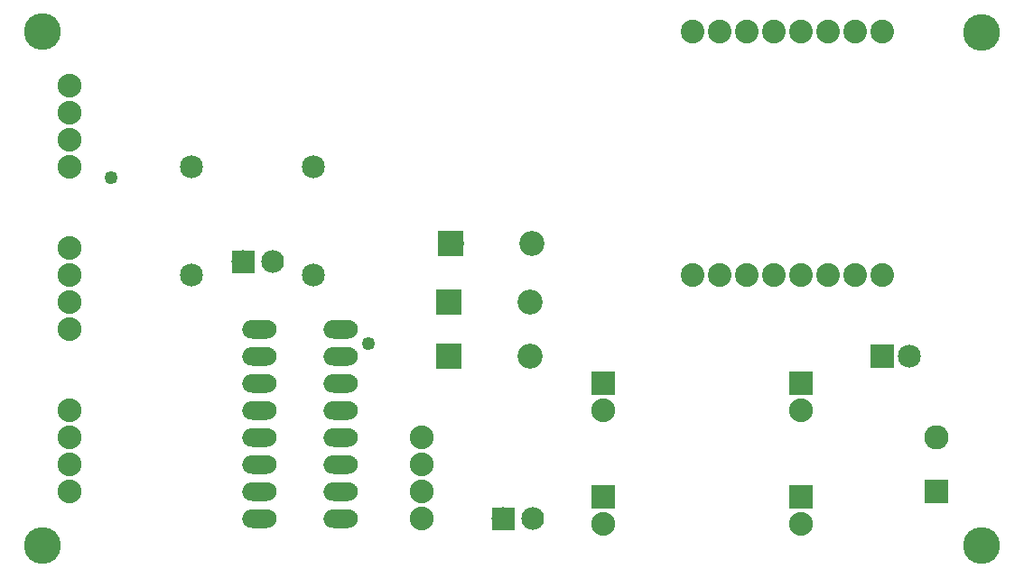
<source format=gbs>
G04 MADE WITH FRITZING*
G04 WWW.FRITZING.ORG*
G04 DOUBLE SIDED*
G04 HOLES PLATED*
G04 CONTOUR ON CENTER OF CONTOUR VECTOR*
%ASAXBY*%
%FSLAX23Y23*%
%MOIN*%
%OFA0B0*%
%SFA1.0B1.0*%
%ADD10C,0.049370*%
%ADD11C,0.088000*%
%ADD12C,0.085000*%
%ADD13C,0.092000*%
%ADD14C,0.084000*%
%ADD15C,0.090000*%
%ADD16C,0.135984*%
%ADD17C,0.068189*%
%ADD18C,0.087778*%
%ADD19R,0.085000X0.085000*%
%ADD20R,0.092000X0.092000*%
%ADD21R,0.089986X0.090000*%
%ADD22R,0.088000X0.088000*%
%ADD23R,0.001000X0.001000*%
%LNMASK0*%
G90*
G70*
G54D10*
X396Y1501D03*
X1346Y889D03*
G54D11*
X244Y641D03*
X244Y541D03*
X244Y441D03*
X244Y341D03*
X244Y1241D03*
X244Y1141D03*
X244Y1041D03*
X244Y941D03*
X244Y1841D03*
X244Y1741D03*
X244Y1641D03*
X244Y1541D03*
X1544Y541D03*
X1544Y441D03*
X1544Y341D03*
X1544Y241D03*
G54D12*
X3244Y841D03*
X3344Y841D03*
G54D13*
X1644Y1041D03*
X1942Y1041D03*
X1644Y841D03*
X1942Y841D03*
X1651Y1258D03*
X1949Y1258D03*
G54D14*
X1844Y241D03*
X1954Y241D03*
X884Y1191D03*
X994Y1191D03*
G54D12*
X694Y1541D03*
X694Y1141D03*
X1144Y1541D03*
X1144Y1141D03*
G54D15*
X3444Y341D03*
X3444Y541D03*
G54D16*
X144Y2041D03*
X144Y141D03*
X3609Y141D03*
X3609Y2039D03*
G54D17*
X944Y941D03*
X944Y841D03*
X944Y341D03*
X944Y241D03*
X944Y741D03*
X944Y641D03*
X944Y441D03*
X944Y541D03*
X1244Y241D03*
X1244Y341D03*
X1244Y441D03*
X1244Y541D03*
X1244Y641D03*
X1244Y741D03*
X1244Y841D03*
X1244Y941D03*
G54D11*
X2944Y221D03*
X2944Y641D03*
X2214Y221D03*
X2214Y321D03*
X2214Y641D03*
X2944Y321D03*
X2944Y741D03*
X2214Y741D03*
G54D18*
X3244Y2041D03*
X3144Y2041D03*
X3044Y2041D03*
X2944Y2041D03*
X2844Y2041D03*
X2744Y2041D03*
X2644Y2041D03*
X2544Y2041D03*
X2544Y1141D03*
X2644Y1141D03*
X2744Y1141D03*
X2844Y1141D03*
X2944Y1141D03*
X3044Y1141D03*
X3144Y1141D03*
X3244Y1141D03*
G54D19*
X3244Y841D03*
G54D20*
X1643Y1041D03*
X1643Y841D03*
X1650Y1258D03*
G54D21*
X3444Y341D03*
G54D22*
X2213Y321D03*
X2944Y321D03*
X2944Y741D03*
X2213Y741D03*
G54D23*
X843Y1233D02*
X925Y1233D01*
X842Y1232D02*
X925Y1232D01*
X842Y1231D02*
X925Y1231D01*
X842Y1230D02*
X925Y1230D01*
X842Y1229D02*
X925Y1229D01*
X842Y1228D02*
X925Y1228D01*
X842Y1227D02*
X925Y1227D01*
X842Y1226D02*
X925Y1226D01*
X842Y1225D02*
X925Y1225D01*
X842Y1224D02*
X925Y1224D01*
X842Y1223D02*
X925Y1223D01*
X842Y1222D02*
X925Y1222D01*
X842Y1221D02*
X925Y1221D01*
X842Y1220D02*
X925Y1220D01*
X842Y1219D02*
X925Y1219D01*
X842Y1218D02*
X925Y1218D01*
X842Y1217D02*
X925Y1217D01*
X842Y1216D02*
X925Y1216D01*
X842Y1215D02*
X925Y1215D01*
X842Y1214D02*
X925Y1214D01*
X842Y1213D02*
X925Y1213D01*
X842Y1212D02*
X925Y1212D01*
X842Y1211D02*
X925Y1211D01*
X842Y1210D02*
X925Y1210D01*
X842Y1209D02*
X925Y1209D01*
X842Y1208D02*
X925Y1208D01*
X842Y1207D02*
X925Y1207D01*
X842Y1206D02*
X882Y1206D01*
X885Y1206D02*
X925Y1206D01*
X842Y1205D02*
X878Y1205D01*
X890Y1205D02*
X925Y1205D01*
X842Y1204D02*
X876Y1204D01*
X892Y1204D02*
X925Y1204D01*
X842Y1203D02*
X874Y1203D01*
X893Y1203D02*
X925Y1203D01*
X842Y1202D02*
X873Y1202D01*
X894Y1202D02*
X925Y1202D01*
X842Y1201D02*
X872Y1201D01*
X895Y1201D02*
X925Y1201D01*
X842Y1200D02*
X871Y1200D01*
X896Y1200D02*
X925Y1200D01*
X842Y1199D02*
X870Y1199D01*
X897Y1199D02*
X925Y1199D01*
X842Y1198D02*
X870Y1198D01*
X898Y1198D02*
X925Y1198D01*
X842Y1197D02*
X869Y1197D01*
X898Y1197D02*
X925Y1197D01*
X842Y1196D02*
X869Y1196D01*
X898Y1196D02*
X925Y1196D01*
X842Y1195D02*
X869Y1195D01*
X899Y1195D02*
X925Y1195D01*
X842Y1194D02*
X869Y1194D01*
X899Y1194D02*
X925Y1194D01*
X842Y1193D02*
X868Y1193D01*
X899Y1193D02*
X925Y1193D01*
X842Y1192D02*
X868Y1192D01*
X899Y1192D02*
X925Y1192D01*
X842Y1191D02*
X868Y1191D01*
X899Y1191D02*
X925Y1191D01*
X842Y1190D02*
X868Y1190D01*
X899Y1190D02*
X925Y1190D01*
X842Y1189D02*
X868Y1189D01*
X899Y1189D02*
X925Y1189D01*
X842Y1188D02*
X869Y1188D01*
X899Y1188D02*
X925Y1188D01*
X842Y1187D02*
X869Y1187D01*
X899Y1187D02*
X925Y1187D01*
X842Y1186D02*
X869Y1186D01*
X898Y1186D02*
X925Y1186D01*
X842Y1185D02*
X869Y1185D01*
X898Y1185D02*
X925Y1185D01*
X842Y1184D02*
X870Y1184D01*
X897Y1184D02*
X925Y1184D01*
X842Y1183D02*
X871Y1183D01*
X897Y1183D02*
X925Y1183D01*
X842Y1182D02*
X871Y1182D01*
X896Y1182D02*
X925Y1182D01*
X842Y1181D02*
X872Y1181D01*
X895Y1181D02*
X925Y1181D01*
X842Y1180D02*
X873Y1180D01*
X894Y1180D02*
X925Y1180D01*
X842Y1179D02*
X874Y1179D01*
X893Y1179D02*
X925Y1179D01*
X842Y1178D02*
X876Y1178D01*
X892Y1178D02*
X925Y1178D01*
X842Y1177D02*
X878Y1177D01*
X890Y1177D02*
X925Y1177D01*
X842Y1176D02*
X925Y1176D01*
X842Y1175D02*
X925Y1175D01*
X842Y1174D02*
X925Y1174D01*
X842Y1173D02*
X925Y1173D01*
X842Y1172D02*
X925Y1172D01*
X842Y1171D02*
X925Y1171D01*
X842Y1170D02*
X925Y1170D01*
X842Y1169D02*
X925Y1169D01*
X842Y1168D02*
X925Y1168D01*
X842Y1167D02*
X925Y1167D01*
X842Y1166D02*
X925Y1166D01*
X842Y1165D02*
X925Y1165D01*
X842Y1164D02*
X925Y1164D01*
X842Y1163D02*
X925Y1163D01*
X842Y1162D02*
X925Y1162D01*
X842Y1161D02*
X925Y1161D01*
X842Y1160D02*
X925Y1160D01*
X842Y1159D02*
X925Y1159D01*
X842Y1158D02*
X925Y1158D01*
X842Y1157D02*
X925Y1157D01*
X842Y1156D02*
X925Y1156D01*
X842Y1155D02*
X925Y1155D01*
X842Y1154D02*
X925Y1154D01*
X842Y1153D02*
X925Y1153D01*
X842Y1152D02*
X925Y1152D01*
X842Y1151D02*
X925Y1151D01*
X842Y1150D02*
X925Y1150D01*
X912Y975D02*
X975Y975D01*
X1212Y975D02*
X1275Y975D01*
X907Y974D02*
X981Y974D01*
X1207Y974D02*
X1281Y974D01*
X903Y973D02*
X984Y973D01*
X1203Y973D02*
X1284Y973D01*
X901Y972D02*
X986Y972D01*
X1201Y972D02*
X1286Y972D01*
X899Y971D02*
X988Y971D01*
X1199Y971D02*
X1288Y971D01*
X897Y970D02*
X990Y970D01*
X1197Y970D02*
X1290Y970D01*
X896Y969D02*
X992Y969D01*
X1196Y969D02*
X1292Y969D01*
X894Y968D02*
X993Y968D01*
X1194Y968D02*
X1293Y968D01*
X893Y967D02*
X994Y967D01*
X1193Y967D02*
X1294Y967D01*
X892Y966D02*
X996Y966D01*
X1192Y966D02*
X1295Y966D01*
X891Y965D02*
X997Y965D01*
X1191Y965D02*
X1297Y965D01*
X890Y964D02*
X997Y964D01*
X1190Y964D02*
X1297Y964D01*
X889Y963D02*
X998Y963D01*
X1189Y963D02*
X1298Y963D01*
X888Y962D02*
X999Y962D01*
X1188Y962D02*
X1299Y962D01*
X888Y961D02*
X1000Y961D01*
X1188Y961D02*
X1300Y961D01*
X887Y960D02*
X1001Y960D01*
X1187Y960D02*
X1301Y960D01*
X886Y959D02*
X1001Y959D01*
X1186Y959D02*
X1301Y959D01*
X886Y958D02*
X1002Y958D01*
X1186Y958D02*
X1302Y958D01*
X885Y957D02*
X1002Y957D01*
X1185Y957D02*
X1302Y957D01*
X885Y956D02*
X1003Y956D01*
X1185Y956D02*
X1303Y956D01*
X884Y955D02*
X941Y955D01*
X946Y955D02*
X1003Y955D01*
X1184Y955D02*
X1241Y955D01*
X1246Y955D02*
X1303Y955D01*
X884Y954D02*
X937Y954D01*
X950Y954D02*
X1004Y954D01*
X1184Y954D02*
X1237Y954D01*
X1250Y954D02*
X1304Y954D01*
X883Y953D02*
X936Y953D01*
X952Y953D02*
X1004Y953D01*
X1183Y953D02*
X1236Y953D01*
X1252Y953D02*
X1304Y953D01*
X883Y952D02*
X934Y952D01*
X953Y952D02*
X1004Y952D01*
X1183Y952D02*
X1234Y952D01*
X1253Y952D02*
X1304Y952D01*
X883Y951D02*
X933Y951D01*
X954Y951D02*
X1005Y951D01*
X1183Y951D02*
X1233Y951D01*
X1254Y951D02*
X1305Y951D01*
X882Y950D02*
X932Y950D01*
X955Y950D02*
X1005Y950D01*
X1182Y950D02*
X1232Y950D01*
X1255Y950D02*
X1305Y950D01*
X882Y949D02*
X932Y949D01*
X956Y949D02*
X1005Y949D01*
X1182Y949D02*
X1231Y949D01*
X1256Y949D02*
X1305Y949D01*
X882Y948D02*
X931Y948D01*
X957Y948D02*
X1006Y948D01*
X1182Y948D02*
X1231Y948D01*
X1256Y948D02*
X1306Y948D01*
X882Y947D02*
X930Y947D01*
X957Y947D02*
X1006Y947D01*
X1182Y947D02*
X1230Y947D01*
X1257Y947D02*
X1306Y947D01*
X881Y946D02*
X930Y946D01*
X957Y946D02*
X1006Y946D01*
X1181Y946D02*
X1230Y946D01*
X1257Y946D02*
X1306Y946D01*
X881Y945D02*
X930Y945D01*
X958Y945D02*
X1006Y945D01*
X1181Y945D02*
X1230Y945D01*
X1258Y945D02*
X1306Y945D01*
X881Y944D02*
X929Y944D01*
X958Y944D02*
X1006Y944D01*
X1181Y944D02*
X1229Y944D01*
X1258Y944D02*
X1306Y944D01*
X881Y943D02*
X929Y943D01*
X958Y943D02*
X1006Y943D01*
X1181Y943D02*
X1229Y943D01*
X1258Y943D02*
X1306Y943D01*
X881Y942D02*
X929Y942D01*
X958Y942D02*
X1006Y942D01*
X1181Y942D02*
X1229Y942D01*
X1258Y942D02*
X1306Y942D01*
X881Y941D02*
X929Y941D01*
X958Y941D02*
X1006Y941D01*
X1181Y941D02*
X1229Y941D01*
X1258Y941D02*
X1306Y941D01*
X881Y940D02*
X929Y940D01*
X958Y940D02*
X1006Y940D01*
X1181Y940D02*
X1229Y940D01*
X1258Y940D02*
X1306Y940D01*
X881Y939D02*
X929Y939D01*
X958Y939D02*
X1006Y939D01*
X1181Y939D02*
X1229Y939D01*
X1258Y939D02*
X1306Y939D01*
X881Y938D02*
X929Y938D01*
X958Y938D02*
X1006Y938D01*
X1181Y938D02*
X1229Y938D01*
X1258Y938D02*
X1306Y938D01*
X881Y937D02*
X930Y937D01*
X958Y937D02*
X1006Y937D01*
X1181Y937D02*
X1230Y937D01*
X1258Y937D02*
X1306Y937D01*
X882Y936D02*
X930Y936D01*
X957Y936D02*
X1006Y936D01*
X1181Y936D02*
X1230Y936D01*
X1257Y936D02*
X1306Y936D01*
X882Y935D02*
X930Y935D01*
X957Y935D02*
X1006Y935D01*
X1182Y935D02*
X1230Y935D01*
X1257Y935D02*
X1306Y935D01*
X882Y934D02*
X931Y934D01*
X956Y934D02*
X1006Y934D01*
X1182Y934D02*
X1231Y934D01*
X1256Y934D02*
X1306Y934D01*
X882Y933D02*
X932Y933D01*
X956Y933D02*
X1005Y933D01*
X1182Y933D02*
X1232Y933D01*
X1256Y933D02*
X1305Y933D01*
X882Y932D02*
X933Y932D01*
X955Y932D02*
X1005Y932D01*
X1182Y932D02*
X1232Y932D01*
X1255Y932D02*
X1305Y932D01*
X883Y931D02*
X933Y931D01*
X954Y931D02*
X1005Y931D01*
X1183Y931D02*
X1233Y931D01*
X1254Y931D02*
X1305Y931D01*
X883Y930D02*
X935Y930D01*
X953Y930D02*
X1004Y930D01*
X1183Y930D02*
X1235Y930D01*
X1253Y930D02*
X1304Y930D01*
X883Y929D02*
X936Y929D01*
X952Y929D02*
X1004Y929D01*
X1183Y929D02*
X1236Y929D01*
X1251Y929D02*
X1304Y929D01*
X884Y928D02*
X938Y928D01*
X950Y928D02*
X1004Y928D01*
X1184Y928D02*
X1238Y928D01*
X1250Y928D02*
X1304Y928D01*
X884Y927D02*
X1003Y927D01*
X1184Y927D02*
X1303Y927D01*
X885Y926D02*
X1003Y926D01*
X1185Y926D02*
X1303Y926D01*
X885Y925D02*
X1002Y925D01*
X1185Y925D02*
X1302Y925D01*
X886Y924D02*
X1002Y924D01*
X1186Y924D02*
X1302Y924D01*
X886Y923D02*
X1001Y923D01*
X1186Y923D02*
X1301Y923D01*
X887Y922D02*
X1000Y922D01*
X1187Y922D02*
X1300Y922D01*
X888Y921D02*
X1000Y921D01*
X1188Y921D02*
X1300Y921D01*
X888Y920D02*
X999Y920D01*
X1188Y920D02*
X1299Y920D01*
X889Y919D02*
X998Y919D01*
X1189Y919D02*
X1298Y919D01*
X890Y918D02*
X997Y918D01*
X1190Y918D02*
X1297Y918D01*
X891Y917D02*
X996Y917D01*
X1191Y917D02*
X1296Y917D01*
X892Y916D02*
X995Y916D01*
X1192Y916D02*
X1295Y916D01*
X893Y915D02*
X994Y915D01*
X1193Y915D02*
X1294Y915D01*
X895Y914D02*
X993Y914D01*
X1194Y914D02*
X1293Y914D01*
X896Y913D02*
X992Y913D01*
X1196Y913D02*
X1291Y913D01*
X898Y912D02*
X990Y912D01*
X1197Y912D02*
X1290Y912D01*
X899Y911D02*
X988Y911D01*
X1199Y911D02*
X1288Y911D01*
X901Y910D02*
X986Y910D01*
X1201Y910D02*
X1286Y910D01*
X904Y909D02*
X983Y909D01*
X1204Y909D02*
X1283Y909D01*
X907Y908D02*
X980Y908D01*
X1207Y908D02*
X1280Y908D01*
X915Y907D02*
X973Y907D01*
X1215Y907D02*
X1273Y907D01*
X912Y875D02*
X975Y875D01*
X1212Y875D02*
X1275Y875D01*
X907Y874D02*
X981Y874D01*
X1207Y874D02*
X1281Y874D01*
X903Y873D02*
X984Y873D01*
X1203Y873D02*
X1284Y873D01*
X901Y872D02*
X986Y872D01*
X1201Y872D02*
X1286Y872D01*
X899Y871D02*
X988Y871D01*
X1199Y871D02*
X1288Y871D01*
X897Y870D02*
X990Y870D01*
X1197Y870D02*
X1290Y870D01*
X896Y869D02*
X992Y869D01*
X1196Y869D02*
X1292Y869D01*
X894Y868D02*
X993Y868D01*
X1194Y868D02*
X1293Y868D01*
X893Y867D02*
X994Y867D01*
X1193Y867D02*
X1294Y867D01*
X892Y866D02*
X996Y866D01*
X1192Y866D02*
X1295Y866D01*
X891Y865D02*
X997Y865D01*
X1191Y865D02*
X1297Y865D01*
X890Y864D02*
X997Y864D01*
X1190Y864D02*
X1297Y864D01*
X889Y863D02*
X998Y863D01*
X1189Y863D02*
X1298Y863D01*
X888Y862D02*
X999Y862D01*
X1188Y862D02*
X1299Y862D01*
X888Y861D02*
X1000Y861D01*
X1188Y861D02*
X1300Y861D01*
X887Y860D02*
X1001Y860D01*
X1187Y860D02*
X1301Y860D01*
X886Y859D02*
X1001Y859D01*
X1186Y859D02*
X1301Y859D01*
X886Y858D02*
X1002Y858D01*
X1186Y858D02*
X1302Y858D01*
X885Y857D02*
X1002Y857D01*
X1185Y857D02*
X1302Y857D01*
X885Y856D02*
X1003Y856D01*
X1185Y856D02*
X1303Y856D01*
X884Y855D02*
X941Y855D01*
X946Y855D02*
X1003Y855D01*
X1184Y855D02*
X1241Y855D01*
X1246Y855D02*
X1303Y855D01*
X884Y854D02*
X937Y854D01*
X950Y854D02*
X1004Y854D01*
X1184Y854D02*
X1237Y854D01*
X1250Y854D02*
X1304Y854D01*
X883Y853D02*
X936Y853D01*
X952Y853D02*
X1004Y853D01*
X1183Y853D02*
X1236Y853D01*
X1252Y853D02*
X1304Y853D01*
X883Y852D02*
X934Y852D01*
X953Y852D02*
X1004Y852D01*
X1183Y852D02*
X1234Y852D01*
X1253Y852D02*
X1304Y852D01*
X883Y851D02*
X933Y851D01*
X954Y851D02*
X1005Y851D01*
X1183Y851D02*
X1233Y851D01*
X1254Y851D02*
X1305Y851D01*
X882Y850D02*
X932Y850D01*
X955Y850D02*
X1005Y850D01*
X1182Y850D02*
X1232Y850D01*
X1255Y850D02*
X1305Y850D01*
X882Y849D02*
X932Y849D01*
X956Y849D02*
X1005Y849D01*
X1182Y849D02*
X1231Y849D01*
X1256Y849D02*
X1305Y849D01*
X882Y848D02*
X931Y848D01*
X957Y848D02*
X1006Y848D01*
X1182Y848D02*
X1231Y848D01*
X1256Y848D02*
X1306Y848D01*
X882Y847D02*
X930Y847D01*
X957Y847D02*
X1006Y847D01*
X1182Y847D02*
X1230Y847D01*
X1257Y847D02*
X1306Y847D01*
X881Y846D02*
X930Y846D01*
X957Y846D02*
X1006Y846D01*
X1181Y846D02*
X1230Y846D01*
X1257Y846D02*
X1306Y846D01*
X881Y845D02*
X930Y845D01*
X958Y845D02*
X1006Y845D01*
X1181Y845D02*
X1230Y845D01*
X1258Y845D02*
X1306Y845D01*
X881Y844D02*
X929Y844D01*
X958Y844D02*
X1006Y844D01*
X1181Y844D02*
X1229Y844D01*
X1258Y844D02*
X1306Y844D01*
X881Y843D02*
X929Y843D01*
X958Y843D02*
X1006Y843D01*
X1181Y843D02*
X1229Y843D01*
X1258Y843D02*
X1306Y843D01*
X881Y842D02*
X929Y842D01*
X958Y842D02*
X1006Y842D01*
X1181Y842D02*
X1229Y842D01*
X1258Y842D02*
X1306Y842D01*
X881Y841D02*
X929Y841D01*
X958Y841D02*
X1006Y841D01*
X1181Y841D02*
X1229Y841D01*
X1258Y841D02*
X1306Y841D01*
X881Y840D02*
X929Y840D01*
X958Y840D02*
X1006Y840D01*
X1181Y840D02*
X1229Y840D01*
X1258Y840D02*
X1306Y840D01*
X881Y839D02*
X929Y839D01*
X958Y839D02*
X1006Y839D01*
X1181Y839D02*
X1229Y839D01*
X1258Y839D02*
X1306Y839D01*
X881Y838D02*
X929Y838D01*
X958Y838D02*
X1006Y838D01*
X1181Y838D02*
X1229Y838D01*
X1258Y838D02*
X1306Y838D01*
X881Y837D02*
X930Y837D01*
X958Y837D02*
X1006Y837D01*
X1181Y837D02*
X1230Y837D01*
X1258Y837D02*
X1306Y837D01*
X882Y836D02*
X930Y836D01*
X957Y836D02*
X1006Y836D01*
X1181Y836D02*
X1230Y836D01*
X1257Y836D02*
X1306Y836D01*
X882Y835D02*
X930Y835D01*
X957Y835D02*
X1006Y835D01*
X1182Y835D02*
X1230Y835D01*
X1257Y835D02*
X1306Y835D01*
X882Y834D02*
X931Y834D01*
X956Y834D02*
X1006Y834D01*
X1182Y834D02*
X1231Y834D01*
X1256Y834D02*
X1306Y834D01*
X882Y833D02*
X932Y833D01*
X956Y833D02*
X1005Y833D01*
X1182Y833D02*
X1232Y833D01*
X1256Y833D02*
X1305Y833D01*
X882Y832D02*
X933Y832D01*
X955Y832D02*
X1005Y832D01*
X1182Y832D02*
X1232Y832D01*
X1255Y832D02*
X1305Y832D01*
X883Y831D02*
X933Y831D01*
X954Y831D02*
X1005Y831D01*
X1183Y831D02*
X1233Y831D01*
X1254Y831D02*
X1305Y831D01*
X883Y830D02*
X935Y830D01*
X953Y830D02*
X1004Y830D01*
X1183Y830D02*
X1235Y830D01*
X1253Y830D02*
X1304Y830D01*
X883Y829D02*
X936Y829D01*
X952Y829D02*
X1004Y829D01*
X1183Y829D02*
X1236Y829D01*
X1251Y829D02*
X1304Y829D01*
X884Y828D02*
X938Y828D01*
X950Y828D02*
X1004Y828D01*
X1184Y828D02*
X1238Y828D01*
X1250Y828D02*
X1304Y828D01*
X884Y827D02*
X1003Y827D01*
X1184Y827D02*
X1303Y827D01*
X885Y826D02*
X1003Y826D01*
X1185Y826D02*
X1303Y826D01*
X885Y825D02*
X1002Y825D01*
X1185Y825D02*
X1302Y825D01*
X886Y824D02*
X1002Y824D01*
X1186Y824D02*
X1302Y824D01*
X886Y823D02*
X1001Y823D01*
X1186Y823D02*
X1301Y823D01*
X887Y822D02*
X1000Y822D01*
X1187Y822D02*
X1300Y822D01*
X888Y821D02*
X1000Y821D01*
X1188Y821D02*
X1300Y821D01*
X888Y820D02*
X999Y820D01*
X1188Y820D02*
X1299Y820D01*
X889Y819D02*
X998Y819D01*
X1189Y819D02*
X1298Y819D01*
X890Y818D02*
X997Y818D01*
X1190Y818D02*
X1297Y818D01*
X891Y817D02*
X996Y817D01*
X1191Y817D02*
X1296Y817D01*
X892Y816D02*
X995Y816D01*
X1192Y816D02*
X1295Y816D01*
X893Y815D02*
X994Y815D01*
X1193Y815D02*
X1294Y815D01*
X895Y814D02*
X993Y814D01*
X1194Y814D02*
X1293Y814D01*
X896Y813D02*
X992Y813D01*
X1196Y813D02*
X1291Y813D01*
X898Y812D02*
X990Y812D01*
X1197Y812D02*
X1290Y812D01*
X899Y811D02*
X988Y811D01*
X1199Y811D02*
X1288Y811D01*
X901Y810D02*
X986Y810D01*
X1201Y810D02*
X1286Y810D01*
X904Y809D02*
X983Y809D01*
X1204Y809D02*
X1283Y809D01*
X907Y808D02*
X980Y808D01*
X1207Y808D02*
X1280Y808D01*
X915Y807D02*
X973Y807D01*
X1215Y807D02*
X1273Y807D01*
X912Y775D02*
X976Y775D01*
X1212Y775D02*
X1276Y775D01*
X907Y774D02*
X981Y774D01*
X1207Y774D02*
X1281Y774D01*
X903Y773D02*
X984Y773D01*
X1203Y773D02*
X1284Y773D01*
X901Y772D02*
X986Y772D01*
X1201Y772D02*
X1286Y772D01*
X899Y771D02*
X988Y771D01*
X1199Y771D02*
X1288Y771D01*
X897Y770D02*
X990Y770D01*
X1197Y770D02*
X1290Y770D01*
X896Y769D02*
X992Y769D01*
X1196Y769D02*
X1292Y769D01*
X894Y768D02*
X993Y768D01*
X1194Y768D02*
X1293Y768D01*
X893Y767D02*
X994Y767D01*
X1193Y767D02*
X1294Y767D01*
X892Y766D02*
X996Y766D01*
X1192Y766D02*
X1295Y766D01*
X891Y765D02*
X997Y765D01*
X1191Y765D02*
X1297Y765D01*
X890Y764D02*
X997Y764D01*
X1190Y764D02*
X1297Y764D01*
X889Y763D02*
X998Y763D01*
X1189Y763D02*
X1298Y763D01*
X888Y762D02*
X999Y762D01*
X1188Y762D02*
X1299Y762D01*
X888Y761D02*
X1000Y761D01*
X1187Y761D02*
X1300Y761D01*
X887Y760D02*
X1001Y760D01*
X1187Y760D02*
X1301Y760D01*
X886Y759D02*
X1001Y759D01*
X1186Y759D02*
X1301Y759D01*
X886Y758D02*
X1002Y758D01*
X1186Y758D02*
X1302Y758D01*
X885Y757D02*
X1002Y757D01*
X1185Y757D02*
X1302Y757D01*
X885Y756D02*
X1003Y756D01*
X1185Y756D02*
X1303Y756D01*
X884Y755D02*
X941Y755D01*
X946Y755D02*
X1003Y755D01*
X1184Y755D02*
X1241Y755D01*
X1246Y755D02*
X1303Y755D01*
X884Y754D02*
X937Y754D01*
X950Y754D02*
X1004Y754D01*
X1184Y754D02*
X1237Y754D01*
X1250Y754D02*
X1304Y754D01*
X883Y753D02*
X936Y753D01*
X952Y753D02*
X1004Y753D01*
X1183Y753D02*
X1236Y753D01*
X1252Y753D02*
X1304Y753D01*
X883Y752D02*
X934Y752D01*
X953Y752D02*
X1004Y752D01*
X1183Y752D02*
X1234Y752D01*
X1253Y752D02*
X1304Y752D01*
X883Y751D02*
X933Y751D01*
X954Y751D02*
X1005Y751D01*
X1183Y751D02*
X1233Y751D01*
X1254Y751D02*
X1305Y751D01*
X882Y750D02*
X932Y750D01*
X955Y750D02*
X1005Y750D01*
X1182Y750D02*
X1232Y750D01*
X1255Y750D02*
X1305Y750D01*
X882Y749D02*
X932Y749D01*
X956Y749D02*
X1005Y749D01*
X1182Y749D02*
X1231Y749D01*
X1256Y749D02*
X1305Y749D01*
X882Y748D02*
X931Y748D01*
X957Y748D02*
X1006Y748D01*
X1182Y748D02*
X1231Y748D01*
X1256Y748D02*
X1306Y748D01*
X882Y747D02*
X930Y747D01*
X957Y747D02*
X1006Y747D01*
X1182Y747D02*
X1230Y747D01*
X1257Y747D02*
X1306Y747D01*
X881Y746D02*
X930Y746D01*
X957Y746D02*
X1006Y746D01*
X1181Y746D02*
X1230Y746D01*
X1257Y746D02*
X1306Y746D01*
X881Y745D02*
X930Y745D01*
X958Y745D02*
X1006Y745D01*
X1181Y745D02*
X1230Y745D01*
X1258Y745D02*
X1306Y745D01*
X881Y744D02*
X929Y744D01*
X958Y744D02*
X1006Y744D01*
X1181Y744D02*
X1229Y744D01*
X1258Y744D02*
X1306Y744D01*
X881Y743D02*
X929Y743D01*
X958Y743D02*
X1006Y743D01*
X1181Y743D02*
X1229Y743D01*
X1258Y743D02*
X1306Y743D01*
X881Y742D02*
X929Y742D01*
X958Y742D02*
X1006Y742D01*
X1181Y742D02*
X1229Y742D01*
X1258Y742D02*
X1306Y742D01*
X881Y741D02*
X929Y741D01*
X958Y741D02*
X1006Y741D01*
X1181Y741D02*
X1229Y741D01*
X1258Y741D02*
X1306Y741D01*
X881Y740D02*
X929Y740D01*
X958Y740D02*
X1006Y740D01*
X1181Y740D02*
X1229Y740D01*
X1258Y740D02*
X1306Y740D01*
X881Y739D02*
X929Y739D01*
X958Y739D02*
X1006Y739D01*
X1181Y739D02*
X1229Y739D01*
X1258Y739D02*
X1306Y739D01*
X881Y738D02*
X929Y738D01*
X958Y738D02*
X1006Y738D01*
X1181Y738D02*
X1229Y738D01*
X1258Y738D02*
X1306Y738D01*
X881Y737D02*
X930Y737D01*
X958Y737D02*
X1006Y737D01*
X1181Y737D02*
X1230Y737D01*
X1258Y737D02*
X1306Y737D01*
X882Y736D02*
X930Y736D01*
X957Y736D02*
X1006Y736D01*
X1181Y736D02*
X1230Y736D01*
X1257Y736D02*
X1306Y736D01*
X882Y735D02*
X930Y735D01*
X957Y735D02*
X1006Y735D01*
X1182Y735D02*
X1230Y735D01*
X1257Y735D02*
X1306Y735D01*
X882Y734D02*
X931Y734D01*
X956Y734D02*
X1006Y734D01*
X1182Y734D02*
X1231Y734D01*
X1256Y734D02*
X1306Y734D01*
X882Y733D02*
X932Y733D01*
X956Y733D02*
X1005Y733D01*
X1182Y733D02*
X1232Y733D01*
X1256Y733D02*
X1305Y733D01*
X882Y732D02*
X933Y732D01*
X955Y732D02*
X1005Y732D01*
X1182Y732D02*
X1232Y732D01*
X1255Y732D02*
X1305Y732D01*
X883Y731D02*
X933Y731D01*
X954Y731D02*
X1005Y731D01*
X1183Y731D02*
X1233Y731D01*
X1254Y731D02*
X1305Y731D01*
X883Y730D02*
X935Y730D01*
X953Y730D02*
X1004Y730D01*
X1183Y730D02*
X1235Y730D01*
X1253Y730D02*
X1304Y730D01*
X883Y729D02*
X936Y729D01*
X952Y729D02*
X1004Y729D01*
X1183Y729D02*
X1236Y729D01*
X1251Y729D02*
X1304Y729D01*
X884Y728D02*
X938Y728D01*
X950Y728D02*
X1004Y728D01*
X1184Y728D02*
X1238Y728D01*
X1250Y728D02*
X1304Y728D01*
X884Y727D02*
X1003Y727D01*
X1184Y727D02*
X1303Y727D01*
X885Y726D02*
X1003Y726D01*
X1185Y726D02*
X1303Y726D01*
X885Y725D02*
X1002Y725D01*
X1185Y725D02*
X1302Y725D01*
X886Y724D02*
X1002Y724D01*
X1186Y724D02*
X1302Y724D01*
X886Y723D02*
X1001Y723D01*
X1186Y723D02*
X1301Y723D01*
X887Y722D02*
X1000Y722D01*
X1187Y722D02*
X1300Y722D01*
X888Y721D02*
X1000Y721D01*
X1188Y721D02*
X1300Y721D01*
X888Y720D02*
X999Y720D01*
X1188Y720D02*
X1299Y720D01*
X889Y719D02*
X998Y719D01*
X1189Y719D02*
X1298Y719D01*
X890Y718D02*
X997Y718D01*
X1190Y718D02*
X1297Y718D01*
X891Y717D02*
X996Y717D01*
X1191Y717D02*
X1296Y717D01*
X892Y716D02*
X995Y716D01*
X1192Y716D02*
X1295Y716D01*
X893Y715D02*
X994Y715D01*
X1193Y715D02*
X1294Y715D01*
X895Y714D02*
X993Y714D01*
X1194Y714D02*
X1293Y714D01*
X896Y713D02*
X992Y713D01*
X1196Y713D02*
X1291Y713D01*
X898Y712D02*
X990Y712D01*
X1197Y712D02*
X1290Y712D01*
X899Y711D02*
X988Y711D01*
X1199Y711D02*
X1288Y711D01*
X901Y710D02*
X986Y710D01*
X1201Y710D02*
X1286Y710D01*
X904Y709D02*
X983Y709D01*
X1204Y709D02*
X1283Y709D01*
X907Y708D02*
X980Y708D01*
X1207Y708D02*
X1280Y708D01*
X915Y707D02*
X972Y707D01*
X1215Y707D02*
X1272Y707D01*
X912Y675D02*
X976Y675D01*
X1212Y675D02*
X1276Y675D01*
X907Y674D02*
X981Y674D01*
X1207Y674D02*
X1281Y674D01*
X903Y673D02*
X984Y673D01*
X1203Y673D02*
X1284Y673D01*
X901Y672D02*
X986Y672D01*
X1201Y672D02*
X1286Y672D01*
X899Y671D02*
X988Y671D01*
X1199Y671D02*
X1288Y671D01*
X897Y670D02*
X990Y670D01*
X1197Y670D02*
X1290Y670D01*
X896Y669D02*
X992Y669D01*
X1196Y669D02*
X1292Y669D01*
X894Y668D02*
X993Y668D01*
X1194Y668D02*
X1293Y668D01*
X893Y667D02*
X994Y667D01*
X1193Y667D02*
X1294Y667D01*
X892Y666D02*
X996Y666D01*
X1192Y666D02*
X1295Y666D01*
X891Y665D02*
X997Y665D01*
X1191Y665D02*
X1297Y665D01*
X890Y664D02*
X998Y664D01*
X1190Y664D02*
X1297Y664D01*
X889Y663D02*
X998Y663D01*
X1189Y663D02*
X1298Y663D01*
X888Y662D02*
X999Y662D01*
X1188Y662D02*
X1299Y662D01*
X888Y661D02*
X1000Y661D01*
X1187Y661D02*
X1300Y661D01*
X887Y660D02*
X1001Y660D01*
X1187Y660D02*
X1301Y660D01*
X886Y659D02*
X1001Y659D01*
X1186Y659D02*
X1301Y659D01*
X886Y658D02*
X1002Y658D01*
X1186Y658D02*
X1302Y658D01*
X885Y657D02*
X1002Y657D01*
X1185Y657D02*
X1302Y657D01*
X885Y656D02*
X1003Y656D01*
X1185Y656D02*
X1303Y656D01*
X884Y655D02*
X941Y655D01*
X946Y655D02*
X1003Y655D01*
X1184Y655D02*
X1241Y655D01*
X1246Y655D02*
X1303Y655D01*
X884Y654D02*
X937Y654D01*
X950Y654D02*
X1004Y654D01*
X1184Y654D02*
X1237Y654D01*
X1250Y654D02*
X1304Y654D01*
X883Y653D02*
X936Y653D01*
X952Y653D02*
X1004Y653D01*
X1183Y653D02*
X1236Y653D01*
X1252Y653D02*
X1304Y653D01*
X883Y652D02*
X934Y652D01*
X953Y652D02*
X1004Y652D01*
X1183Y652D02*
X1234Y652D01*
X1253Y652D02*
X1304Y652D01*
X883Y651D02*
X933Y651D01*
X954Y651D02*
X1005Y651D01*
X1183Y651D02*
X1233Y651D01*
X1254Y651D02*
X1305Y651D01*
X882Y650D02*
X932Y650D01*
X955Y650D02*
X1005Y650D01*
X1182Y650D02*
X1232Y650D01*
X1255Y650D02*
X1305Y650D01*
X882Y649D02*
X932Y649D01*
X956Y649D02*
X1005Y649D01*
X1182Y649D02*
X1231Y649D01*
X1256Y649D02*
X1305Y649D01*
X882Y648D02*
X931Y648D01*
X957Y648D02*
X1006Y648D01*
X1182Y648D02*
X1231Y648D01*
X1256Y648D02*
X1306Y648D01*
X882Y647D02*
X930Y647D01*
X957Y647D02*
X1006Y647D01*
X1182Y647D02*
X1230Y647D01*
X1257Y647D02*
X1306Y647D01*
X881Y646D02*
X930Y646D01*
X957Y646D02*
X1006Y646D01*
X1181Y646D02*
X1230Y646D01*
X1257Y646D02*
X1306Y646D01*
X881Y645D02*
X930Y645D01*
X958Y645D02*
X1006Y645D01*
X1181Y645D02*
X1230Y645D01*
X1258Y645D02*
X1306Y645D01*
X881Y644D02*
X929Y644D01*
X958Y644D02*
X1006Y644D01*
X1181Y644D02*
X1229Y644D01*
X1258Y644D02*
X1306Y644D01*
X881Y643D02*
X929Y643D01*
X958Y643D02*
X1006Y643D01*
X1181Y643D02*
X1229Y643D01*
X1258Y643D02*
X1306Y643D01*
X881Y642D02*
X929Y642D01*
X958Y642D02*
X1006Y642D01*
X1181Y642D02*
X1229Y642D01*
X1258Y642D02*
X1306Y642D01*
X881Y641D02*
X929Y641D01*
X958Y641D02*
X1006Y641D01*
X1181Y641D02*
X1229Y641D01*
X1258Y641D02*
X1306Y641D01*
X881Y640D02*
X929Y640D01*
X958Y640D02*
X1006Y640D01*
X1181Y640D02*
X1229Y640D01*
X1258Y640D02*
X1306Y640D01*
X881Y639D02*
X929Y639D01*
X958Y639D02*
X1006Y639D01*
X1181Y639D02*
X1229Y639D01*
X1258Y639D02*
X1306Y639D01*
X881Y638D02*
X929Y638D01*
X958Y638D02*
X1006Y638D01*
X1181Y638D02*
X1229Y638D01*
X1258Y638D02*
X1306Y638D01*
X881Y637D02*
X930Y637D01*
X958Y637D02*
X1006Y637D01*
X1181Y637D02*
X1230Y637D01*
X1258Y637D02*
X1306Y637D01*
X882Y636D02*
X930Y636D01*
X957Y636D02*
X1006Y636D01*
X1181Y636D02*
X1230Y636D01*
X1257Y636D02*
X1306Y636D01*
X882Y635D02*
X930Y635D01*
X957Y635D02*
X1006Y635D01*
X1182Y635D02*
X1230Y635D01*
X1257Y635D02*
X1306Y635D01*
X882Y634D02*
X931Y634D01*
X956Y634D02*
X1006Y634D01*
X1182Y634D02*
X1231Y634D01*
X1256Y634D02*
X1306Y634D01*
X882Y633D02*
X932Y633D01*
X956Y633D02*
X1005Y633D01*
X1182Y633D02*
X1232Y633D01*
X1256Y633D02*
X1305Y633D01*
X882Y632D02*
X933Y632D01*
X955Y632D02*
X1005Y632D01*
X1182Y632D02*
X1232Y632D01*
X1255Y632D02*
X1305Y632D01*
X883Y631D02*
X933Y631D01*
X954Y631D02*
X1005Y631D01*
X1183Y631D02*
X1233Y631D01*
X1254Y631D02*
X1305Y631D01*
X883Y630D02*
X935Y630D01*
X953Y630D02*
X1004Y630D01*
X1183Y630D02*
X1235Y630D01*
X1253Y630D02*
X1304Y630D01*
X883Y629D02*
X936Y629D01*
X952Y629D02*
X1004Y629D01*
X1183Y629D02*
X1236Y629D01*
X1251Y629D02*
X1304Y629D01*
X884Y628D02*
X938Y628D01*
X950Y628D02*
X1004Y628D01*
X1184Y628D02*
X1238Y628D01*
X1250Y628D02*
X1304Y628D01*
X884Y627D02*
X1003Y627D01*
X1184Y627D02*
X1303Y627D01*
X885Y626D02*
X1003Y626D01*
X1185Y626D02*
X1303Y626D01*
X885Y625D02*
X1002Y625D01*
X1185Y625D02*
X1302Y625D01*
X886Y624D02*
X1002Y624D01*
X1186Y624D02*
X1302Y624D01*
X886Y623D02*
X1001Y623D01*
X1186Y623D02*
X1301Y623D01*
X887Y622D02*
X1000Y622D01*
X1187Y622D02*
X1300Y622D01*
X888Y621D02*
X1000Y621D01*
X1188Y621D02*
X1300Y621D01*
X888Y620D02*
X999Y620D01*
X1188Y620D02*
X1299Y620D01*
X889Y619D02*
X998Y619D01*
X1189Y619D02*
X1298Y619D01*
X890Y618D02*
X997Y618D01*
X1190Y618D02*
X1297Y618D01*
X891Y617D02*
X996Y617D01*
X1191Y617D02*
X1296Y617D01*
X892Y616D02*
X995Y616D01*
X1192Y616D02*
X1295Y616D01*
X893Y615D02*
X994Y615D01*
X1193Y615D02*
X1294Y615D01*
X895Y614D02*
X993Y614D01*
X1194Y614D02*
X1293Y614D01*
X896Y613D02*
X992Y613D01*
X1196Y613D02*
X1291Y613D01*
X898Y612D02*
X990Y612D01*
X1197Y612D02*
X1290Y612D01*
X899Y611D02*
X988Y611D01*
X1199Y611D02*
X1288Y611D01*
X901Y610D02*
X986Y610D01*
X1201Y610D02*
X1286Y610D01*
X904Y609D02*
X983Y609D01*
X1204Y609D02*
X1283Y609D01*
X907Y608D02*
X980Y608D01*
X1207Y608D02*
X1280Y608D01*
X915Y607D02*
X972Y607D01*
X1215Y607D02*
X1272Y607D01*
X912Y575D02*
X976Y575D01*
X1212Y575D02*
X1276Y575D01*
X907Y574D02*
X981Y574D01*
X1207Y574D02*
X1281Y574D01*
X903Y573D02*
X984Y573D01*
X1203Y573D02*
X1284Y573D01*
X901Y572D02*
X986Y572D01*
X1201Y572D02*
X1286Y572D01*
X899Y571D02*
X988Y571D01*
X1199Y571D02*
X1288Y571D01*
X897Y570D02*
X990Y570D01*
X1197Y570D02*
X1290Y570D01*
X896Y569D02*
X992Y569D01*
X1196Y569D02*
X1292Y569D01*
X894Y568D02*
X993Y568D01*
X1194Y568D02*
X1293Y568D01*
X893Y567D02*
X994Y567D01*
X1193Y567D02*
X1294Y567D01*
X892Y566D02*
X996Y566D01*
X1192Y566D02*
X1295Y566D01*
X891Y565D02*
X997Y565D01*
X1191Y565D02*
X1297Y565D01*
X890Y564D02*
X998Y564D01*
X1190Y564D02*
X1297Y564D01*
X889Y563D02*
X998Y563D01*
X1189Y563D02*
X1298Y563D01*
X888Y562D02*
X999Y562D01*
X1188Y562D02*
X1299Y562D01*
X888Y561D02*
X1000Y561D01*
X1187Y561D02*
X1300Y561D01*
X887Y560D02*
X1001Y560D01*
X1187Y560D02*
X1301Y560D01*
X886Y559D02*
X1001Y559D01*
X1186Y559D02*
X1301Y559D01*
X886Y558D02*
X1002Y558D01*
X1186Y558D02*
X1302Y558D01*
X885Y557D02*
X1002Y557D01*
X1185Y557D02*
X1302Y557D01*
X885Y556D02*
X1003Y556D01*
X1185Y556D02*
X1303Y556D01*
X884Y555D02*
X941Y555D01*
X946Y555D02*
X1003Y555D01*
X1184Y555D02*
X1241Y555D01*
X1246Y555D02*
X1303Y555D01*
X884Y554D02*
X937Y554D01*
X950Y554D02*
X1004Y554D01*
X1184Y554D02*
X1237Y554D01*
X1250Y554D02*
X1304Y554D01*
X883Y553D02*
X936Y553D01*
X952Y553D02*
X1004Y553D01*
X1183Y553D02*
X1236Y553D01*
X1252Y553D02*
X1304Y553D01*
X883Y552D02*
X934Y552D01*
X953Y552D02*
X1004Y552D01*
X1183Y552D02*
X1234Y552D01*
X1253Y552D02*
X1304Y552D01*
X883Y551D02*
X933Y551D01*
X954Y551D02*
X1005Y551D01*
X1183Y551D02*
X1233Y551D01*
X1254Y551D02*
X1305Y551D01*
X882Y550D02*
X932Y550D01*
X955Y550D02*
X1005Y550D01*
X1182Y550D02*
X1232Y550D01*
X1255Y550D02*
X1305Y550D01*
X882Y549D02*
X932Y549D01*
X956Y549D02*
X1005Y549D01*
X1182Y549D02*
X1231Y549D01*
X1256Y549D02*
X1305Y549D01*
X882Y548D02*
X931Y548D01*
X957Y548D02*
X1006Y548D01*
X1182Y548D02*
X1231Y548D01*
X1256Y548D02*
X1306Y548D01*
X882Y547D02*
X930Y547D01*
X957Y547D02*
X1006Y547D01*
X1182Y547D02*
X1230Y547D01*
X1257Y547D02*
X1306Y547D01*
X881Y546D02*
X930Y546D01*
X957Y546D02*
X1006Y546D01*
X1181Y546D02*
X1230Y546D01*
X1257Y546D02*
X1306Y546D01*
X881Y545D02*
X930Y545D01*
X958Y545D02*
X1006Y545D01*
X1181Y545D02*
X1230Y545D01*
X1258Y545D02*
X1306Y545D01*
X881Y544D02*
X929Y544D01*
X958Y544D02*
X1006Y544D01*
X1181Y544D02*
X1229Y544D01*
X1258Y544D02*
X1306Y544D01*
X881Y543D02*
X929Y543D01*
X958Y543D02*
X1006Y543D01*
X1181Y543D02*
X1229Y543D01*
X1258Y543D02*
X1306Y543D01*
X881Y542D02*
X929Y542D01*
X958Y542D02*
X1006Y542D01*
X1181Y542D02*
X1229Y542D01*
X1258Y542D02*
X1306Y542D01*
X881Y541D02*
X929Y541D01*
X958Y541D02*
X1006Y541D01*
X1181Y541D02*
X1229Y541D01*
X1258Y541D02*
X1306Y541D01*
X881Y540D02*
X929Y540D01*
X958Y540D02*
X1006Y540D01*
X1181Y540D02*
X1229Y540D01*
X1258Y540D02*
X1306Y540D01*
X881Y539D02*
X929Y539D01*
X958Y539D02*
X1006Y539D01*
X1181Y539D02*
X1229Y539D01*
X1258Y539D02*
X1306Y539D01*
X881Y538D02*
X929Y538D01*
X958Y538D02*
X1006Y538D01*
X1181Y538D02*
X1229Y538D01*
X1258Y538D02*
X1306Y538D01*
X881Y537D02*
X930Y537D01*
X958Y537D02*
X1006Y537D01*
X1181Y537D02*
X1230Y537D01*
X1258Y537D02*
X1306Y537D01*
X882Y536D02*
X930Y536D01*
X957Y536D02*
X1006Y536D01*
X1181Y536D02*
X1230Y536D01*
X1257Y536D02*
X1306Y536D01*
X882Y535D02*
X930Y535D01*
X957Y535D02*
X1006Y535D01*
X1182Y535D02*
X1230Y535D01*
X1257Y535D02*
X1306Y535D01*
X882Y534D02*
X931Y534D01*
X956Y534D02*
X1006Y534D01*
X1182Y534D02*
X1231Y534D01*
X1256Y534D02*
X1306Y534D01*
X882Y533D02*
X932Y533D01*
X956Y533D02*
X1005Y533D01*
X1182Y533D02*
X1232Y533D01*
X1256Y533D02*
X1305Y533D01*
X882Y532D02*
X933Y532D01*
X955Y532D02*
X1005Y532D01*
X1182Y532D02*
X1232Y532D01*
X1255Y532D02*
X1305Y532D01*
X883Y531D02*
X933Y531D01*
X954Y531D02*
X1005Y531D01*
X1183Y531D02*
X1233Y531D01*
X1254Y531D02*
X1305Y531D01*
X883Y530D02*
X935Y530D01*
X953Y530D02*
X1004Y530D01*
X1183Y530D02*
X1235Y530D01*
X1253Y530D02*
X1304Y530D01*
X883Y529D02*
X936Y529D01*
X952Y529D02*
X1004Y529D01*
X1183Y529D02*
X1236Y529D01*
X1251Y529D02*
X1304Y529D01*
X884Y528D02*
X938Y528D01*
X950Y528D02*
X1004Y528D01*
X1184Y528D02*
X1238Y528D01*
X1250Y528D02*
X1304Y528D01*
X884Y527D02*
X1003Y527D01*
X1184Y527D02*
X1303Y527D01*
X885Y526D02*
X1003Y526D01*
X1185Y526D02*
X1303Y526D01*
X885Y525D02*
X1002Y525D01*
X1185Y525D02*
X1302Y525D01*
X886Y524D02*
X1002Y524D01*
X1186Y524D02*
X1302Y524D01*
X886Y523D02*
X1001Y523D01*
X1186Y523D02*
X1301Y523D01*
X887Y522D02*
X1000Y522D01*
X1187Y522D02*
X1300Y522D01*
X888Y521D02*
X1000Y521D01*
X1188Y521D02*
X1300Y521D01*
X888Y520D02*
X999Y520D01*
X1188Y520D02*
X1299Y520D01*
X889Y519D02*
X998Y519D01*
X1189Y519D02*
X1298Y519D01*
X890Y518D02*
X997Y518D01*
X1190Y518D02*
X1297Y518D01*
X891Y517D02*
X996Y517D01*
X1191Y517D02*
X1296Y517D01*
X892Y516D02*
X995Y516D01*
X1192Y516D02*
X1295Y516D01*
X893Y515D02*
X994Y515D01*
X1193Y515D02*
X1294Y515D01*
X895Y514D02*
X993Y514D01*
X1194Y514D02*
X1293Y514D01*
X896Y513D02*
X992Y513D01*
X1196Y513D02*
X1291Y513D01*
X898Y512D02*
X990Y512D01*
X1197Y512D02*
X1290Y512D01*
X899Y511D02*
X988Y511D01*
X1199Y511D02*
X1288Y511D01*
X901Y510D02*
X986Y510D01*
X1201Y510D02*
X1286Y510D01*
X904Y509D02*
X983Y509D01*
X1204Y509D02*
X1283Y509D01*
X907Y508D02*
X980Y508D01*
X1207Y508D02*
X1280Y508D01*
X915Y507D02*
X972Y507D01*
X1215Y507D02*
X1272Y507D01*
X912Y475D02*
X976Y475D01*
X1212Y475D02*
X1276Y475D01*
X907Y474D02*
X981Y474D01*
X1207Y474D02*
X1281Y474D01*
X903Y473D02*
X984Y473D01*
X1203Y473D02*
X1284Y473D01*
X901Y472D02*
X986Y472D01*
X1201Y472D02*
X1286Y472D01*
X899Y471D02*
X988Y471D01*
X1199Y471D02*
X1288Y471D01*
X897Y470D02*
X990Y470D01*
X1197Y470D02*
X1290Y470D01*
X896Y469D02*
X992Y469D01*
X1196Y469D02*
X1292Y469D01*
X894Y468D02*
X993Y468D01*
X1194Y468D02*
X1293Y468D01*
X893Y467D02*
X994Y467D01*
X1193Y467D02*
X1294Y467D01*
X892Y466D02*
X996Y466D01*
X1192Y466D02*
X1295Y466D01*
X891Y465D02*
X997Y465D01*
X1191Y465D02*
X1297Y465D01*
X890Y464D02*
X998Y464D01*
X1190Y464D02*
X1297Y464D01*
X889Y463D02*
X998Y463D01*
X1189Y463D02*
X1298Y463D01*
X888Y462D02*
X999Y462D01*
X1188Y462D02*
X1299Y462D01*
X888Y461D02*
X1000Y461D01*
X1187Y461D02*
X1300Y461D01*
X887Y460D02*
X1001Y460D01*
X1187Y460D02*
X1301Y460D01*
X886Y459D02*
X1001Y459D01*
X1186Y459D02*
X1301Y459D01*
X886Y458D02*
X1002Y458D01*
X1186Y458D02*
X1302Y458D01*
X885Y457D02*
X1002Y457D01*
X1185Y457D02*
X1302Y457D01*
X885Y456D02*
X1003Y456D01*
X1185Y456D02*
X1303Y456D01*
X884Y455D02*
X941Y455D01*
X946Y455D02*
X1003Y455D01*
X1184Y455D02*
X1241Y455D01*
X1246Y455D02*
X1303Y455D01*
X884Y454D02*
X937Y454D01*
X950Y454D02*
X1004Y454D01*
X1184Y454D02*
X1237Y454D01*
X1250Y454D02*
X1304Y454D01*
X883Y453D02*
X936Y453D01*
X952Y453D02*
X1004Y453D01*
X1183Y453D02*
X1236Y453D01*
X1252Y453D02*
X1304Y453D01*
X883Y452D02*
X934Y452D01*
X953Y452D02*
X1004Y452D01*
X1183Y452D02*
X1234Y452D01*
X1253Y452D02*
X1304Y452D01*
X883Y451D02*
X933Y451D01*
X954Y451D02*
X1005Y451D01*
X1183Y451D02*
X1233Y451D01*
X1254Y451D02*
X1305Y451D01*
X882Y450D02*
X932Y450D01*
X955Y450D02*
X1005Y450D01*
X1182Y450D02*
X1232Y450D01*
X1255Y450D02*
X1305Y450D01*
X882Y449D02*
X932Y449D01*
X956Y449D02*
X1005Y449D01*
X1182Y449D02*
X1231Y449D01*
X1256Y449D02*
X1305Y449D01*
X882Y448D02*
X931Y448D01*
X957Y448D02*
X1006Y448D01*
X1182Y448D02*
X1231Y448D01*
X1256Y448D02*
X1306Y448D01*
X882Y447D02*
X930Y447D01*
X957Y447D02*
X1006Y447D01*
X1182Y447D02*
X1230Y447D01*
X1257Y447D02*
X1306Y447D01*
X881Y446D02*
X930Y446D01*
X957Y446D02*
X1006Y446D01*
X1181Y446D02*
X1230Y446D01*
X1257Y446D02*
X1306Y446D01*
X881Y445D02*
X930Y445D01*
X958Y445D02*
X1006Y445D01*
X1181Y445D02*
X1230Y445D01*
X1258Y445D02*
X1306Y445D01*
X881Y444D02*
X929Y444D01*
X958Y444D02*
X1006Y444D01*
X1181Y444D02*
X1229Y444D01*
X1258Y444D02*
X1306Y444D01*
X881Y443D02*
X929Y443D01*
X958Y443D02*
X1006Y443D01*
X1181Y443D02*
X1229Y443D01*
X1258Y443D02*
X1306Y443D01*
X881Y442D02*
X929Y442D01*
X958Y442D02*
X1006Y442D01*
X1181Y442D02*
X1229Y442D01*
X1258Y442D02*
X1306Y442D01*
X881Y441D02*
X929Y441D01*
X958Y441D02*
X1006Y441D01*
X1181Y441D02*
X1229Y441D01*
X1258Y441D02*
X1306Y441D01*
X881Y440D02*
X929Y440D01*
X958Y440D02*
X1006Y440D01*
X1181Y440D02*
X1229Y440D01*
X1258Y440D02*
X1306Y440D01*
X881Y439D02*
X929Y439D01*
X958Y439D02*
X1006Y439D01*
X1181Y439D02*
X1229Y439D01*
X1258Y439D02*
X1306Y439D01*
X881Y438D02*
X929Y438D01*
X958Y438D02*
X1006Y438D01*
X1181Y438D02*
X1229Y438D01*
X1258Y438D02*
X1306Y438D01*
X881Y437D02*
X930Y437D01*
X958Y437D02*
X1006Y437D01*
X1181Y437D02*
X1230Y437D01*
X1258Y437D02*
X1306Y437D01*
X882Y436D02*
X930Y436D01*
X957Y436D02*
X1006Y436D01*
X1181Y436D02*
X1230Y436D01*
X1257Y436D02*
X1306Y436D01*
X882Y435D02*
X930Y435D01*
X957Y435D02*
X1006Y435D01*
X1182Y435D02*
X1230Y435D01*
X1257Y435D02*
X1306Y435D01*
X882Y434D02*
X931Y434D01*
X956Y434D02*
X1006Y434D01*
X1182Y434D02*
X1231Y434D01*
X1256Y434D02*
X1306Y434D01*
X882Y433D02*
X932Y433D01*
X956Y433D02*
X1005Y433D01*
X1182Y433D02*
X1232Y433D01*
X1256Y433D02*
X1305Y433D01*
X882Y432D02*
X933Y432D01*
X955Y432D02*
X1005Y432D01*
X1182Y432D02*
X1232Y432D01*
X1255Y432D02*
X1305Y432D01*
X883Y431D02*
X933Y431D01*
X954Y431D02*
X1005Y431D01*
X1183Y431D02*
X1233Y431D01*
X1254Y431D02*
X1305Y431D01*
X883Y430D02*
X935Y430D01*
X953Y430D02*
X1004Y430D01*
X1183Y430D02*
X1235Y430D01*
X1253Y430D02*
X1304Y430D01*
X883Y429D02*
X936Y429D01*
X952Y429D02*
X1004Y429D01*
X1183Y429D02*
X1236Y429D01*
X1251Y429D02*
X1304Y429D01*
X884Y428D02*
X938Y428D01*
X950Y428D02*
X1004Y428D01*
X1184Y428D02*
X1238Y428D01*
X1250Y428D02*
X1304Y428D01*
X884Y427D02*
X1003Y427D01*
X1184Y427D02*
X1303Y427D01*
X885Y426D02*
X1003Y426D01*
X1185Y426D02*
X1303Y426D01*
X885Y425D02*
X1002Y425D01*
X1185Y425D02*
X1302Y425D01*
X886Y424D02*
X1002Y424D01*
X1186Y424D02*
X1302Y424D01*
X886Y423D02*
X1001Y423D01*
X1186Y423D02*
X1301Y423D01*
X887Y422D02*
X1000Y422D01*
X1187Y422D02*
X1300Y422D01*
X888Y421D02*
X1000Y421D01*
X1188Y421D02*
X1300Y421D01*
X888Y420D02*
X999Y420D01*
X1188Y420D02*
X1299Y420D01*
X889Y419D02*
X998Y419D01*
X1189Y419D02*
X1298Y419D01*
X890Y418D02*
X997Y418D01*
X1190Y418D02*
X1297Y418D01*
X891Y417D02*
X996Y417D01*
X1191Y417D02*
X1296Y417D01*
X892Y416D02*
X995Y416D01*
X1192Y416D02*
X1295Y416D01*
X893Y415D02*
X994Y415D01*
X1193Y415D02*
X1294Y415D01*
X895Y414D02*
X993Y414D01*
X1194Y414D02*
X1293Y414D01*
X896Y413D02*
X992Y413D01*
X1196Y413D02*
X1291Y413D01*
X898Y412D02*
X990Y412D01*
X1197Y412D02*
X1290Y412D01*
X899Y411D02*
X988Y411D01*
X1199Y411D02*
X1288Y411D01*
X901Y410D02*
X986Y410D01*
X1201Y410D02*
X1286Y410D01*
X904Y409D02*
X983Y409D01*
X1204Y409D02*
X1283Y409D01*
X907Y408D02*
X980Y408D01*
X1207Y408D02*
X1280Y408D01*
X915Y407D02*
X972Y407D01*
X1215Y407D02*
X1272Y407D01*
X912Y375D02*
X976Y375D01*
X1212Y375D02*
X1276Y375D01*
X907Y374D02*
X981Y374D01*
X1207Y374D02*
X1281Y374D01*
X903Y373D02*
X984Y373D01*
X1203Y373D02*
X1284Y373D01*
X901Y372D02*
X986Y372D01*
X1201Y372D02*
X1286Y372D01*
X899Y371D02*
X989Y371D01*
X1199Y371D02*
X1288Y371D01*
X897Y370D02*
X990Y370D01*
X1197Y370D02*
X1290Y370D01*
X896Y369D02*
X992Y369D01*
X1196Y369D02*
X1292Y369D01*
X894Y368D02*
X993Y368D01*
X1194Y368D02*
X1293Y368D01*
X893Y367D02*
X994Y367D01*
X1193Y367D02*
X1294Y367D01*
X892Y366D02*
X996Y366D01*
X1192Y366D02*
X1295Y366D01*
X891Y365D02*
X997Y365D01*
X1191Y365D02*
X1297Y365D01*
X890Y364D02*
X998Y364D01*
X1190Y364D02*
X1297Y364D01*
X889Y363D02*
X998Y363D01*
X1189Y363D02*
X1298Y363D01*
X888Y362D02*
X999Y362D01*
X1188Y362D02*
X1299Y362D01*
X888Y361D02*
X1000Y361D01*
X1187Y361D02*
X1300Y361D01*
X887Y360D02*
X1001Y360D01*
X1187Y360D02*
X1301Y360D01*
X886Y359D02*
X1001Y359D01*
X1186Y359D02*
X1301Y359D01*
X886Y358D02*
X1002Y358D01*
X1186Y358D02*
X1302Y358D01*
X885Y357D02*
X1002Y357D01*
X1185Y357D02*
X1302Y357D01*
X885Y356D02*
X1003Y356D01*
X1185Y356D02*
X1303Y356D01*
X884Y355D02*
X941Y355D01*
X946Y355D02*
X1003Y355D01*
X1184Y355D02*
X1241Y355D01*
X1246Y355D02*
X1303Y355D01*
X884Y354D02*
X937Y354D01*
X950Y354D02*
X1004Y354D01*
X1184Y354D02*
X1237Y354D01*
X1250Y354D02*
X1304Y354D01*
X883Y353D02*
X936Y353D01*
X952Y353D02*
X1004Y353D01*
X1183Y353D02*
X1236Y353D01*
X1252Y353D02*
X1304Y353D01*
X883Y352D02*
X934Y352D01*
X953Y352D02*
X1004Y352D01*
X1183Y352D02*
X1234Y352D01*
X1253Y352D02*
X1304Y352D01*
X883Y351D02*
X933Y351D01*
X954Y351D02*
X1005Y351D01*
X1183Y351D02*
X1233Y351D01*
X1254Y351D02*
X1305Y351D01*
X882Y350D02*
X932Y350D01*
X955Y350D02*
X1005Y350D01*
X1182Y350D02*
X1232Y350D01*
X1255Y350D02*
X1305Y350D01*
X882Y349D02*
X932Y349D01*
X956Y349D02*
X1005Y349D01*
X1182Y349D02*
X1231Y349D01*
X1256Y349D02*
X1305Y349D01*
X882Y348D02*
X931Y348D01*
X957Y348D02*
X1006Y348D01*
X1182Y348D02*
X1231Y348D01*
X1256Y348D02*
X1306Y348D01*
X882Y347D02*
X930Y347D01*
X957Y347D02*
X1006Y347D01*
X1182Y347D02*
X1230Y347D01*
X1257Y347D02*
X1306Y347D01*
X881Y346D02*
X930Y346D01*
X957Y346D02*
X1006Y346D01*
X1181Y346D02*
X1230Y346D01*
X1257Y346D02*
X1306Y346D01*
X881Y345D02*
X930Y345D01*
X958Y345D02*
X1006Y345D01*
X1181Y345D02*
X1230Y345D01*
X1258Y345D02*
X1306Y345D01*
X881Y344D02*
X929Y344D01*
X958Y344D02*
X1006Y344D01*
X1181Y344D02*
X1229Y344D01*
X1258Y344D02*
X1306Y344D01*
X881Y343D02*
X929Y343D01*
X958Y343D02*
X1006Y343D01*
X1181Y343D02*
X1229Y343D01*
X1258Y343D02*
X1306Y343D01*
X881Y342D02*
X929Y342D01*
X958Y342D02*
X1006Y342D01*
X1181Y342D02*
X1229Y342D01*
X1258Y342D02*
X1306Y342D01*
X881Y341D02*
X929Y341D01*
X958Y341D02*
X1006Y341D01*
X1181Y341D02*
X1229Y341D01*
X1258Y341D02*
X1306Y341D01*
X881Y340D02*
X929Y340D01*
X958Y340D02*
X1006Y340D01*
X1181Y340D02*
X1229Y340D01*
X1258Y340D02*
X1306Y340D01*
X881Y339D02*
X929Y339D01*
X958Y339D02*
X1006Y339D01*
X1181Y339D02*
X1229Y339D01*
X1258Y339D02*
X1306Y339D01*
X881Y338D02*
X929Y338D01*
X958Y338D02*
X1006Y338D01*
X1181Y338D02*
X1229Y338D01*
X1258Y338D02*
X1306Y338D01*
X881Y337D02*
X930Y337D01*
X958Y337D02*
X1006Y337D01*
X1181Y337D02*
X1230Y337D01*
X1258Y337D02*
X1306Y337D01*
X882Y336D02*
X930Y336D01*
X957Y336D02*
X1006Y336D01*
X1181Y336D02*
X1230Y336D01*
X1257Y336D02*
X1306Y336D01*
X882Y335D02*
X930Y335D01*
X957Y335D02*
X1006Y335D01*
X1182Y335D02*
X1230Y335D01*
X1257Y335D02*
X1306Y335D01*
X882Y334D02*
X931Y334D01*
X956Y334D02*
X1006Y334D01*
X1182Y334D02*
X1231Y334D01*
X1256Y334D02*
X1306Y334D01*
X882Y333D02*
X932Y333D01*
X956Y333D02*
X1005Y333D01*
X1182Y333D02*
X1232Y333D01*
X1256Y333D02*
X1305Y333D01*
X882Y332D02*
X933Y332D01*
X955Y332D02*
X1005Y332D01*
X1182Y332D02*
X1232Y332D01*
X1255Y332D02*
X1305Y332D01*
X883Y331D02*
X933Y331D01*
X954Y331D02*
X1005Y331D01*
X1183Y331D02*
X1233Y331D01*
X1254Y331D02*
X1305Y331D01*
X883Y330D02*
X935Y330D01*
X953Y330D02*
X1004Y330D01*
X1183Y330D02*
X1235Y330D01*
X1253Y330D02*
X1304Y330D01*
X883Y329D02*
X936Y329D01*
X952Y329D02*
X1004Y329D01*
X1183Y329D02*
X1236Y329D01*
X1251Y329D02*
X1304Y329D01*
X884Y328D02*
X938Y328D01*
X950Y328D02*
X1004Y328D01*
X1184Y328D02*
X1238Y328D01*
X1250Y328D02*
X1304Y328D01*
X884Y327D02*
X1003Y327D01*
X1184Y327D02*
X1303Y327D01*
X885Y326D02*
X1003Y326D01*
X1185Y326D02*
X1303Y326D01*
X885Y325D02*
X1002Y325D01*
X1185Y325D02*
X1302Y325D01*
X886Y324D02*
X1002Y324D01*
X1186Y324D02*
X1302Y324D01*
X886Y323D02*
X1001Y323D01*
X1186Y323D02*
X1301Y323D01*
X887Y322D02*
X1000Y322D01*
X1187Y322D02*
X1300Y322D01*
X888Y321D02*
X1000Y321D01*
X1188Y321D02*
X1300Y321D01*
X888Y320D02*
X999Y320D01*
X1188Y320D02*
X1299Y320D01*
X889Y319D02*
X998Y319D01*
X1189Y319D02*
X1298Y319D01*
X890Y318D02*
X997Y318D01*
X1190Y318D02*
X1297Y318D01*
X891Y317D02*
X996Y317D01*
X1191Y317D02*
X1296Y317D01*
X892Y316D02*
X995Y316D01*
X1192Y316D02*
X1295Y316D01*
X893Y315D02*
X994Y315D01*
X1193Y315D02*
X1294Y315D01*
X895Y314D02*
X993Y314D01*
X1194Y314D02*
X1293Y314D01*
X896Y313D02*
X992Y313D01*
X1196Y313D02*
X1291Y313D01*
X898Y312D02*
X990Y312D01*
X1197Y312D02*
X1290Y312D01*
X899Y311D02*
X988Y311D01*
X1199Y311D02*
X1288Y311D01*
X901Y310D02*
X986Y310D01*
X1201Y310D02*
X1286Y310D01*
X904Y309D02*
X983Y309D01*
X1204Y309D02*
X1283Y309D01*
X907Y308D02*
X980Y308D01*
X1207Y308D02*
X1280Y308D01*
X915Y307D02*
X972Y307D01*
X1215Y307D02*
X1272Y307D01*
X1802Y283D02*
X1885Y283D01*
X1802Y282D02*
X1885Y282D01*
X1802Y281D02*
X1885Y281D01*
X1802Y280D02*
X1885Y280D01*
X1802Y279D02*
X1885Y279D01*
X1802Y278D02*
X1885Y278D01*
X1802Y277D02*
X1885Y277D01*
X1802Y276D02*
X1885Y276D01*
X912Y275D02*
X976Y275D01*
X1212Y275D02*
X1276Y275D01*
X1802Y275D02*
X1885Y275D01*
X907Y274D02*
X981Y274D01*
X1207Y274D02*
X1281Y274D01*
X1802Y274D02*
X1885Y274D01*
X903Y273D02*
X984Y273D01*
X1203Y273D02*
X1284Y273D01*
X1802Y273D02*
X1885Y273D01*
X901Y272D02*
X986Y272D01*
X1201Y272D02*
X1286Y272D01*
X1802Y272D02*
X1885Y272D01*
X899Y271D02*
X989Y271D01*
X1199Y271D02*
X1288Y271D01*
X1802Y271D02*
X1885Y271D01*
X897Y270D02*
X990Y270D01*
X1197Y270D02*
X1290Y270D01*
X1802Y270D02*
X1885Y270D01*
X896Y269D02*
X992Y269D01*
X1196Y269D02*
X1292Y269D01*
X1802Y269D02*
X1885Y269D01*
X894Y268D02*
X993Y268D01*
X1194Y268D02*
X1293Y268D01*
X1802Y268D02*
X1885Y268D01*
X893Y267D02*
X994Y267D01*
X1193Y267D02*
X1294Y267D01*
X1802Y267D02*
X1885Y267D01*
X892Y266D02*
X996Y266D01*
X1192Y266D02*
X1295Y266D01*
X1802Y266D02*
X1885Y266D01*
X891Y265D02*
X997Y265D01*
X1191Y265D02*
X1297Y265D01*
X1802Y265D02*
X1885Y265D01*
X890Y264D02*
X998Y264D01*
X1190Y264D02*
X1297Y264D01*
X1802Y264D02*
X1885Y264D01*
X889Y263D02*
X998Y263D01*
X1189Y263D02*
X1298Y263D01*
X1802Y263D02*
X1885Y263D01*
X888Y262D02*
X999Y262D01*
X1188Y262D02*
X1299Y262D01*
X1802Y262D02*
X1885Y262D01*
X888Y261D02*
X1000Y261D01*
X1187Y261D02*
X1300Y261D01*
X1802Y261D02*
X1885Y261D01*
X887Y260D02*
X1001Y260D01*
X1187Y260D02*
X1301Y260D01*
X1802Y260D02*
X1885Y260D01*
X886Y259D02*
X1001Y259D01*
X1186Y259D02*
X1301Y259D01*
X1802Y259D02*
X1885Y259D01*
X886Y258D02*
X1002Y258D01*
X1186Y258D02*
X1302Y258D01*
X1802Y258D02*
X1885Y258D01*
X885Y257D02*
X1002Y257D01*
X1185Y257D02*
X1302Y257D01*
X1802Y257D02*
X1885Y257D01*
X885Y256D02*
X1003Y256D01*
X1185Y256D02*
X1303Y256D01*
X1802Y256D02*
X1842Y256D01*
X1845Y256D02*
X1885Y256D01*
X884Y255D02*
X941Y255D01*
X946Y255D02*
X1003Y255D01*
X1184Y255D02*
X1241Y255D01*
X1246Y255D02*
X1303Y255D01*
X1802Y255D02*
X1837Y255D01*
X1850Y255D02*
X1885Y255D01*
X884Y254D02*
X937Y254D01*
X950Y254D02*
X1004Y254D01*
X1184Y254D02*
X1237Y254D01*
X1250Y254D02*
X1304Y254D01*
X1802Y254D02*
X1835Y254D01*
X1852Y254D02*
X1885Y254D01*
X883Y253D02*
X936Y253D01*
X952Y253D02*
X1004Y253D01*
X1183Y253D02*
X1236Y253D01*
X1252Y253D02*
X1304Y253D01*
X1802Y253D02*
X1834Y253D01*
X1853Y253D02*
X1885Y253D01*
X883Y252D02*
X934Y252D01*
X953Y252D02*
X1004Y252D01*
X1183Y252D02*
X1234Y252D01*
X1253Y252D02*
X1304Y252D01*
X1802Y252D02*
X1833Y252D01*
X1854Y252D02*
X1885Y252D01*
X883Y251D02*
X933Y251D01*
X954Y251D02*
X1005Y251D01*
X1183Y251D02*
X1233Y251D01*
X1254Y251D02*
X1305Y251D01*
X1802Y251D02*
X1832Y251D01*
X1855Y251D02*
X1885Y251D01*
X882Y250D02*
X932Y250D01*
X955Y250D02*
X1005Y250D01*
X1182Y250D02*
X1232Y250D01*
X1255Y250D02*
X1305Y250D01*
X1802Y250D02*
X1831Y250D01*
X1856Y250D02*
X1885Y250D01*
X882Y249D02*
X932Y249D01*
X956Y249D02*
X1005Y249D01*
X1182Y249D02*
X1231Y249D01*
X1256Y249D02*
X1305Y249D01*
X1802Y249D02*
X1830Y249D01*
X1857Y249D02*
X1885Y249D01*
X882Y248D02*
X931Y248D01*
X957Y248D02*
X1006Y248D01*
X1182Y248D02*
X1231Y248D01*
X1256Y248D02*
X1306Y248D01*
X1802Y248D02*
X1830Y248D01*
X1857Y248D02*
X1885Y248D01*
X882Y247D02*
X930Y247D01*
X957Y247D02*
X1006Y247D01*
X1182Y247D02*
X1230Y247D01*
X1257Y247D02*
X1306Y247D01*
X1802Y247D02*
X1829Y247D01*
X1858Y247D02*
X1885Y247D01*
X881Y246D02*
X930Y246D01*
X957Y246D02*
X1006Y246D01*
X1181Y246D02*
X1230Y246D01*
X1257Y246D02*
X1306Y246D01*
X1802Y246D02*
X1829Y246D01*
X1858Y246D02*
X1885Y246D01*
X881Y245D02*
X930Y245D01*
X958Y245D02*
X1006Y245D01*
X1181Y245D02*
X1230Y245D01*
X1258Y245D02*
X1306Y245D01*
X1802Y245D02*
X1829Y245D01*
X1859Y245D02*
X1885Y245D01*
X881Y244D02*
X929Y244D01*
X958Y244D02*
X1006Y244D01*
X1181Y244D02*
X1229Y244D01*
X1258Y244D02*
X1306Y244D01*
X1802Y244D02*
X1828Y244D01*
X1859Y244D02*
X1885Y244D01*
X881Y243D02*
X929Y243D01*
X958Y243D02*
X1006Y243D01*
X1181Y243D02*
X1229Y243D01*
X1258Y243D02*
X1306Y243D01*
X1802Y243D02*
X1828Y243D01*
X1859Y243D02*
X1885Y243D01*
X881Y242D02*
X929Y242D01*
X958Y242D02*
X1006Y242D01*
X1181Y242D02*
X1229Y242D01*
X1258Y242D02*
X1306Y242D01*
X1802Y242D02*
X1828Y242D01*
X1859Y242D02*
X1885Y242D01*
X881Y241D02*
X929Y241D01*
X958Y241D02*
X1006Y241D01*
X1181Y241D02*
X1229Y241D01*
X1258Y241D02*
X1306Y241D01*
X1802Y241D02*
X1828Y241D01*
X1859Y241D02*
X1885Y241D01*
X881Y240D02*
X929Y240D01*
X958Y240D02*
X1006Y240D01*
X1181Y240D02*
X1229Y240D01*
X1258Y240D02*
X1306Y240D01*
X1802Y240D02*
X1828Y240D01*
X1859Y240D02*
X1885Y240D01*
X881Y239D02*
X929Y239D01*
X958Y239D02*
X1006Y239D01*
X1181Y239D02*
X1229Y239D01*
X1258Y239D02*
X1306Y239D01*
X1802Y239D02*
X1828Y239D01*
X1859Y239D02*
X1885Y239D01*
X881Y238D02*
X929Y238D01*
X958Y238D02*
X1006Y238D01*
X1181Y238D02*
X1229Y238D01*
X1258Y238D02*
X1306Y238D01*
X1802Y238D02*
X1828Y238D01*
X1859Y238D02*
X1885Y238D01*
X881Y237D02*
X930Y237D01*
X958Y237D02*
X1006Y237D01*
X1181Y237D02*
X1230Y237D01*
X1258Y237D02*
X1306Y237D01*
X1802Y237D02*
X1829Y237D01*
X1858Y237D02*
X1885Y237D01*
X882Y236D02*
X930Y236D01*
X957Y236D02*
X1006Y236D01*
X1181Y236D02*
X1230Y236D01*
X1257Y236D02*
X1306Y236D01*
X1802Y236D02*
X1829Y236D01*
X1858Y236D02*
X1885Y236D01*
X882Y235D02*
X930Y235D01*
X957Y235D02*
X1006Y235D01*
X1182Y235D02*
X1230Y235D01*
X1257Y235D02*
X1306Y235D01*
X1802Y235D02*
X1829Y235D01*
X1858Y235D02*
X1885Y235D01*
X882Y234D02*
X931Y234D01*
X956Y234D02*
X1006Y234D01*
X1182Y234D02*
X1231Y234D01*
X1256Y234D02*
X1306Y234D01*
X1802Y234D02*
X1830Y234D01*
X1857Y234D02*
X1885Y234D01*
X882Y233D02*
X932Y233D01*
X956Y233D02*
X1005Y233D01*
X1182Y233D02*
X1232Y233D01*
X1256Y233D02*
X1305Y233D01*
X1802Y233D02*
X1830Y233D01*
X1857Y233D02*
X1885Y233D01*
X882Y232D02*
X933Y232D01*
X955Y232D02*
X1005Y232D01*
X1182Y232D02*
X1232Y232D01*
X1255Y232D02*
X1305Y232D01*
X1802Y232D02*
X1831Y232D01*
X1856Y232D02*
X1885Y232D01*
X883Y231D02*
X933Y231D01*
X954Y231D02*
X1005Y231D01*
X1183Y231D02*
X1233Y231D01*
X1254Y231D02*
X1305Y231D01*
X1802Y231D02*
X1832Y231D01*
X1855Y231D02*
X1885Y231D01*
X883Y230D02*
X935Y230D01*
X953Y230D02*
X1004Y230D01*
X1183Y230D02*
X1235Y230D01*
X1253Y230D02*
X1304Y230D01*
X1802Y230D02*
X1833Y230D01*
X1854Y230D02*
X1885Y230D01*
X883Y229D02*
X936Y229D01*
X952Y229D02*
X1004Y229D01*
X1183Y229D02*
X1236Y229D01*
X1251Y229D02*
X1304Y229D01*
X1802Y229D02*
X1834Y229D01*
X1853Y229D02*
X1885Y229D01*
X884Y228D02*
X938Y228D01*
X950Y228D02*
X1004Y228D01*
X1184Y228D02*
X1238Y228D01*
X1250Y228D02*
X1304Y228D01*
X1802Y228D02*
X1836Y228D01*
X1851Y228D02*
X1885Y228D01*
X884Y227D02*
X1003Y227D01*
X1184Y227D02*
X1303Y227D01*
X1802Y227D02*
X1838Y227D01*
X1849Y227D02*
X1885Y227D01*
X885Y226D02*
X1003Y226D01*
X1185Y226D02*
X1303Y226D01*
X1802Y226D02*
X1885Y226D01*
X885Y225D02*
X1002Y225D01*
X1185Y225D02*
X1302Y225D01*
X1802Y225D02*
X1885Y225D01*
X886Y224D02*
X1002Y224D01*
X1186Y224D02*
X1302Y224D01*
X1802Y224D02*
X1885Y224D01*
X886Y223D02*
X1001Y223D01*
X1186Y223D02*
X1301Y223D01*
X1802Y223D02*
X1885Y223D01*
X887Y222D02*
X1000Y222D01*
X1187Y222D02*
X1300Y222D01*
X1802Y222D02*
X1885Y222D01*
X888Y221D02*
X1000Y221D01*
X1188Y221D02*
X1300Y221D01*
X1802Y221D02*
X1885Y221D01*
X888Y220D02*
X999Y220D01*
X1188Y220D02*
X1299Y220D01*
X1802Y220D02*
X1885Y220D01*
X889Y219D02*
X998Y219D01*
X1189Y219D02*
X1298Y219D01*
X1802Y219D02*
X1885Y219D01*
X890Y218D02*
X997Y218D01*
X1190Y218D02*
X1297Y218D01*
X1802Y218D02*
X1885Y218D01*
X891Y217D02*
X996Y217D01*
X1191Y217D02*
X1296Y217D01*
X1802Y217D02*
X1885Y217D01*
X892Y216D02*
X995Y216D01*
X1192Y216D02*
X1295Y216D01*
X1802Y216D02*
X1885Y216D01*
X893Y215D02*
X994Y215D01*
X1193Y215D02*
X1294Y215D01*
X1802Y215D02*
X1885Y215D01*
X895Y214D02*
X993Y214D01*
X1194Y214D02*
X1293Y214D01*
X1802Y214D02*
X1885Y214D01*
X896Y213D02*
X992Y213D01*
X1196Y213D02*
X1291Y213D01*
X1802Y213D02*
X1885Y213D01*
X898Y212D02*
X990Y212D01*
X1198Y212D02*
X1290Y212D01*
X1802Y212D02*
X1885Y212D01*
X899Y211D02*
X988Y211D01*
X1199Y211D02*
X1288Y211D01*
X1802Y211D02*
X1885Y211D01*
X901Y210D02*
X986Y210D01*
X1201Y210D02*
X1286Y210D01*
X1802Y210D02*
X1885Y210D01*
X904Y209D02*
X983Y209D01*
X1204Y209D02*
X1283Y209D01*
X1802Y209D02*
X1885Y209D01*
X907Y208D02*
X980Y208D01*
X1207Y208D02*
X1280Y208D01*
X1802Y208D02*
X1885Y208D01*
X915Y207D02*
X972Y207D01*
X1215Y207D02*
X1272Y207D01*
X1802Y207D02*
X1885Y207D01*
X1802Y206D02*
X1885Y206D01*
X1802Y205D02*
X1885Y205D01*
X1802Y204D02*
X1885Y204D01*
X1802Y203D02*
X1885Y203D01*
X1802Y202D02*
X1885Y202D01*
X1802Y201D02*
X1885Y201D01*
X1802Y200D02*
X1885Y200D01*
D02*
G04 End of Mask0*
M02*
</source>
